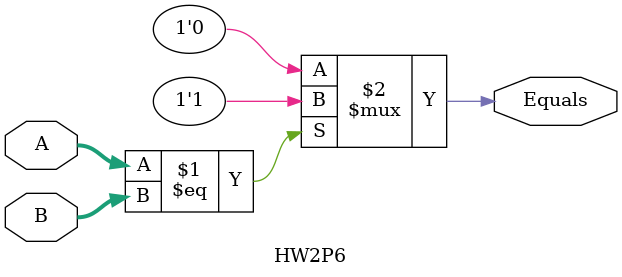
<source format=v>


module HW2P6(
   input[1:0] A, B,
   output Equals
);

assign Equals = (A == B) ? 1'b1 : 1'b0;


endmodule



    
</source>
